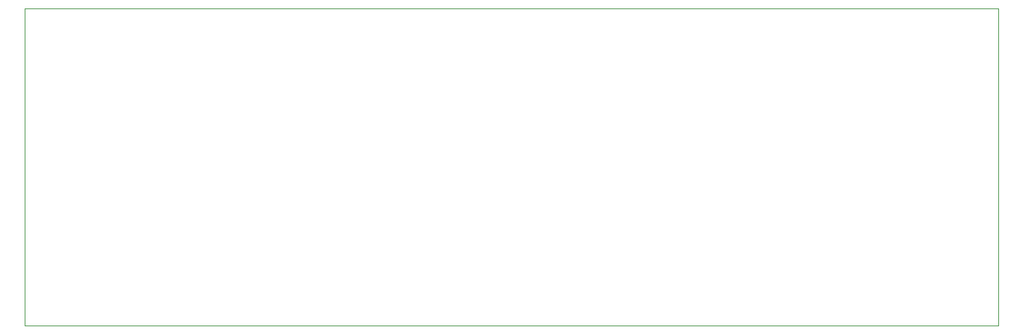
<source format=gbr>
%TF.GenerationSoftware,KiCad,Pcbnew,(6.0.5)*%
%TF.CreationDate,2022-09-21T11:22:35-04:00*%
%TF.ProjectId,valve_distortion,76616c76-655f-4646-9973-746f7274696f,0.1*%
%TF.SameCoordinates,Original*%
%TF.FileFunction,Profile,NP*%
%FSLAX46Y46*%
G04 Gerber Fmt 4.6, Leading zero omitted, Abs format (unit mm)*
G04 Created by KiCad (PCBNEW (6.0.5)) date 2022-09-21 11:22:35*
%MOMM*%
%LPD*%
G01*
G04 APERTURE LIST*
%TA.AperFunction,Profile*%
%ADD10C,0.100000*%
%TD*%
G04 APERTURE END LIST*
D10*
X180340000Y-101600000D02*
X63500000Y-101600000D01*
X63500000Y-63500000D02*
X63500000Y-101600000D01*
X180340000Y-63500000D02*
X180340000Y-101600000D01*
X63500000Y-63500000D02*
X180340000Y-63500000D01*
M02*

</source>
